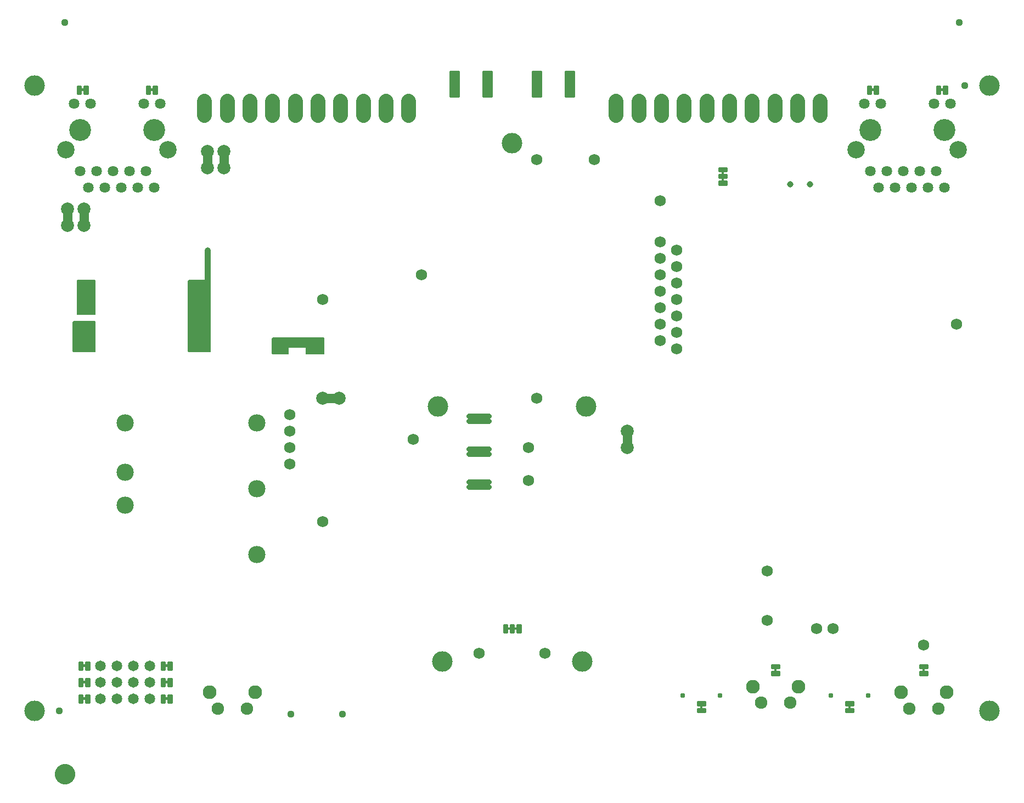
<source format=gbs>
G04 EAGLE Gerber RS-274X export*
G75*
%MOMM*%
%FSLAX34Y34*%
%LPD*%
%INSoldermask Bottom*%
%IPPOS*%
%AMOC8*
5,1,8,0,0,1.08239X$1,22.5*%
G01*
%ADD10C,0.965200*%
%ADD11C,0.812800*%
%ADD12C,1.127000*%
%ADD13C,3.175000*%
%ADD14C,0.777000*%
%ADD15C,0.228344*%
%ADD16C,1.727000*%
%ADD17C,0.227778*%
%ADD18C,3.377000*%
%ADD19C,2.677000*%
%ADD20C,1.627000*%
%ADD21C,0.228600*%
%ADD22C,2.006600*%
%ADD23C,1.927000*%
%ADD24C,2.127000*%
%ADD25C,2.327000*%
%ADD26C,2.667000*%
%ADD27C,0.977000*%
%ADD28C,1.651000*%
%ADD29C,1.270000*%

G36*
X292793Y579383D02*
X292793Y579383D01*
X292851Y579381D01*
X292933Y579403D01*
X293017Y579415D01*
X293070Y579439D01*
X293126Y579453D01*
X293199Y579496D01*
X293276Y579531D01*
X293321Y579569D01*
X293371Y579599D01*
X293429Y579660D01*
X293493Y579715D01*
X293525Y579763D01*
X293565Y579806D01*
X293604Y579881D01*
X293651Y579951D01*
X293668Y580007D01*
X293695Y580059D01*
X293706Y580127D01*
X293736Y580222D01*
X293739Y580322D01*
X293750Y580390D01*
X293750Y689610D01*
X293742Y689668D01*
X293744Y689726D01*
X293722Y689808D01*
X293710Y689892D01*
X293687Y689945D01*
X293672Y690001D01*
X293629Y690074D01*
X293594Y690151D01*
X293556Y690196D01*
X293527Y690246D01*
X293465Y690304D01*
X293411Y690368D01*
X293362Y690400D01*
X293319Y690440D01*
X293244Y690479D01*
X293174Y690526D01*
X293118Y690543D01*
X293066Y690570D01*
X292998Y690581D01*
X292903Y690611D01*
X292803Y690614D01*
X292735Y690625D01*
X259715Y690625D01*
X259657Y690617D01*
X259599Y690619D01*
X259517Y690597D01*
X259434Y690585D01*
X259380Y690562D01*
X259324Y690547D01*
X259251Y690504D01*
X259174Y690469D01*
X259129Y690431D01*
X259079Y690402D01*
X259021Y690340D01*
X258957Y690286D01*
X258925Y690237D01*
X258885Y690194D01*
X258846Y690119D01*
X258800Y690049D01*
X258782Y689993D01*
X258755Y689941D01*
X258744Y689873D01*
X258714Y689778D01*
X258711Y689678D01*
X258700Y689610D01*
X258700Y580390D01*
X258708Y580332D01*
X258706Y580274D01*
X258728Y580192D01*
X258740Y580109D01*
X258764Y580055D01*
X258778Y579999D01*
X258821Y579926D01*
X258856Y579849D01*
X258894Y579804D01*
X258924Y579754D01*
X258985Y579696D01*
X259040Y579632D01*
X259088Y579600D01*
X259131Y579560D01*
X259206Y579521D01*
X259276Y579475D01*
X259332Y579457D01*
X259384Y579430D01*
X259452Y579419D01*
X259547Y579389D01*
X259647Y579386D01*
X259715Y579375D01*
X292735Y579375D01*
X292793Y579383D01*
G37*
G36*
X413443Y575573D02*
X413443Y575573D01*
X413501Y575571D01*
X413583Y575593D01*
X413667Y575605D01*
X413720Y575629D01*
X413776Y575643D01*
X413849Y575686D01*
X413926Y575721D01*
X413971Y575759D01*
X414021Y575789D01*
X414079Y575850D01*
X414143Y575905D01*
X414175Y575953D01*
X414215Y575996D01*
X414254Y576071D01*
X414301Y576141D01*
X414318Y576197D01*
X414345Y576249D01*
X414356Y576317D01*
X414386Y576412D01*
X414389Y576512D01*
X414400Y576580D01*
X414400Y585725D01*
X440310Y585725D01*
X440310Y576580D01*
X440318Y576522D01*
X440316Y576464D01*
X440338Y576382D01*
X440350Y576299D01*
X440374Y576245D01*
X440388Y576189D01*
X440431Y576116D01*
X440466Y576039D01*
X440504Y575994D01*
X440534Y575944D01*
X440595Y575886D01*
X440650Y575822D01*
X440698Y575790D01*
X440741Y575750D01*
X440816Y575711D01*
X440886Y575665D01*
X440942Y575647D01*
X440994Y575620D01*
X441062Y575609D01*
X441157Y575579D01*
X441257Y575576D01*
X441325Y575565D01*
X467995Y575565D01*
X468053Y575573D01*
X468111Y575571D01*
X468193Y575593D01*
X468277Y575605D01*
X468330Y575629D01*
X468386Y575643D01*
X468459Y575686D01*
X468536Y575721D01*
X468581Y575759D01*
X468631Y575789D01*
X468689Y575850D01*
X468753Y575905D01*
X468785Y575953D01*
X468825Y575996D01*
X468864Y576071D01*
X468911Y576141D01*
X468928Y576197D01*
X468955Y576249D01*
X468966Y576317D01*
X468996Y576412D01*
X468999Y576512D01*
X469010Y576580D01*
X469010Y600710D01*
X469002Y600768D01*
X469004Y600826D01*
X468982Y600908D01*
X468970Y600992D01*
X468947Y601045D01*
X468932Y601101D01*
X468889Y601174D01*
X468854Y601251D01*
X468816Y601296D01*
X468787Y601346D01*
X468725Y601404D01*
X468671Y601468D01*
X468622Y601500D01*
X468579Y601540D01*
X468504Y601579D01*
X468434Y601626D01*
X468378Y601643D01*
X468326Y601670D01*
X468258Y601681D01*
X468163Y601711D01*
X468063Y601714D01*
X467995Y601725D01*
X389255Y601725D01*
X389197Y601717D01*
X389139Y601719D01*
X389057Y601697D01*
X388974Y601685D01*
X388920Y601662D01*
X388864Y601647D01*
X388791Y601604D01*
X388714Y601569D01*
X388669Y601531D01*
X388619Y601502D01*
X388561Y601440D01*
X388497Y601386D01*
X388465Y601337D01*
X388425Y601294D01*
X388386Y601219D01*
X388340Y601149D01*
X388322Y601093D01*
X388295Y601041D01*
X388284Y600973D01*
X388254Y600878D01*
X388251Y600778D01*
X388240Y600710D01*
X388240Y576580D01*
X388248Y576522D01*
X388246Y576464D01*
X388268Y576382D01*
X388280Y576299D01*
X388304Y576245D01*
X388318Y576189D01*
X388361Y576116D01*
X388396Y576039D01*
X388434Y575994D01*
X388464Y575944D01*
X388525Y575886D01*
X388580Y575822D01*
X388628Y575790D01*
X388671Y575750D01*
X388746Y575711D01*
X388816Y575665D01*
X388872Y575647D01*
X388924Y575620D01*
X388992Y575609D01*
X389087Y575579D01*
X389187Y575576D01*
X389255Y575565D01*
X413385Y575565D01*
X413443Y575573D01*
G37*
G36*
X114993Y579383D02*
X114993Y579383D01*
X115051Y579381D01*
X115133Y579403D01*
X115217Y579415D01*
X115270Y579439D01*
X115326Y579453D01*
X115399Y579496D01*
X115476Y579531D01*
X115521Y579569D01*
X115571Y579599D01*
X115629Y579660D01*
X115693Y579715D01*
X115725Y579763D01*
X115765Y579806D01*
X115804Y579881D01*
X115851Y579951D01*
X115868Y580007D01*
X115895Y580059D01*
X115906Y580127D01*
X115936Y580222D01*
X115939Y580322D01*
X115950Y580390D01*
X115950Y626110D01*
X115943Y626163D01*
X115944Y626193D01*
X115943Y626196D01*
X115944Y626226D01*
X115922Y626308D01*
X115910Y626392D01*
X115887Y626445D01*
X115872Y626501D01*
X115829Y626574D01*
X115794Y626651D01*
X115756Y626696D01*
X115727Y626746D01*
X115665Y626804D01*
X115611Y626868D01*
X115562Y626900D01*
X115519Y626940D01*
X115444Y626979D01*
X115374Y627026D01*
X115318Y627043D01*
X115266Y627070D01*
X115198Y627081D01*
X115103Y627111D01*
X115003Y627114D01*
X114935Y627125D01*
X81915Y627125D01*
X81857Y627117D01*
X81799Y627119D01*
X81717Y627097D01*
X81634Y627085D01*
X81580Y627062D01*
X81524Y627047D01*
X81451Y627004D01*
X81374Y626969D01*
X81329Y626931D01*
X81279Y626902D01*
X81221Y626840D01*
X81157Y626786D01*
X81125Y626737D01*
X81085Y626694D01*
X81046Y626619D01*
X81000Y626549D01*
X80982Y626493D01*
X80955Y626441D01*
X80944Y626373D01*
X80914Y626278D01*
X80911Y626178D01*
X80900Y626110D01*
X80900Y580390D01*
X80908Y580332D01*
X80906Y580274D01*
X80928Y580192D01*
X80940Y580109D01*
X80964Y580055D01*
X80978Y579999D01*
X81021Y579926D01*
X81056Y579849D01*
X81094Y579804D01*
X81124Y579754D01*
X81185Y579696D01*
X81240Y579632D01*
X81288Y579600D01*
X81331Y579560D01*
X81406Y579521D01*
X81476Y579475D01*
X81532Y579457D01*
X81584Y579430D01*
X81652Y579419D01*
X81747Y579389D01*
X81847Y579386D01*
X81915Y579375D01*
X114935Y579375D01*
X114993Y579383D01*
G37*
G36*
X114993Y636533D02*
X114993Y636533D01*
X115051Y636531D01*
X115133Y636553D01*
X115217Y636565D01*
X115270Y636589D01*
X115326Y636603D01*
X115399Y636646D01*
X115476Y636681D01*
X115521Y636719D01*
X115571Y636749D01*
X115629Y636810D01*
X115693Y636865D01*
X115725Y636913D01*
X115765Y636956D01*
X115804Y637031D01*
X115851Y637101D01*
X115868Y637157D01*
X115895Y637209D01*
X115906Y637277D01*
X115936Y637372D01*
X115939Y637472D01*
X115950Y637540D01*
X115950Y689610D01*
X115942Y689668D01*
X115944Y689726D01*
X115922Y689808D01*
X115910Y689892D01*
X115887Y689945D01*
X115872Y690001D01*
X115829Y690074D01*
X115794Y690151D01*
X115756Y690196D01*
X115727Y690246D01*
X115665Y690304D01*
X115611Y690368D01*
X115562Y690400D01*
X115519Y690440D01*
X115444Y690479D01*
X115374Y690526D01*
X115318Y690543D01*
X115266Y690570D01*
X115198Y690581D01*
X115103Y690611D01*
X115003Y690614D01*
X114935Y690625D01*
X88265Y690625D01*
X88207Y690617D01*
X88149Y690619D01*
X88067Y690597D01*
X87984Y690585D01*
X87930Y690562D01*
X87874Y690547D01*
X87801Y690504D01*
X87724Y690469D01*
X87679Y690431D01*
X87629Y690402D01*
X87571Y690340D01*
X87507Y690286D01*
X87475Y690237D01*
X87435Y690194D01*
X87396Y690119D01*
X87350Y690049D01*
X87332Y689993D01*
X87305Y689941D01*
X87294Y689873D01*
X87264Y689778D01*
X87261Y689678D01*
X87250Y689610D01*
X87250Y637540D01*
X87258Y637482D01*
X87256Y637424D01*
X87278Y637342D01*
X87290Y637259D01*
X87314Y637205D01*
X87328Y637149D01*
X87371Y637076D01*
X87406Y636999D01*
X87444Y636954D01*
X87474Y636904D01*
X87535Y636846D01*
X87590Y636782D01*
X87638Y636750D01*
X87681Y636710D01*
X87756Y636671D01*
X87826Y636625D01*
X87882Y636607D01*
X87934Y636580D01*
X88002Y636569D01*
X88097Y636539D01*
X88197Y636536D01*
X88265Y636525D01*
X114935Y636525D01*
X114993Y636533D01*
G37*
G36*
X320994Y873772D02*
X320994Y873772D01*
X321060Y873774D01*
X321103Y873792D01*
X321150Y873800D01*
X321207Y873834D01*
X321267Y873859D01*
X321302Y873890D01*
X321343Y873915D01*
X321385Y873966D01*
X321433Y874010D01*
X321455Y874052D01*
X321484Y874089D01*
X321505Y874151D01*
X321536Y874210D01*
X321544Y874264D01*
X321556Y874301D01*
X321555Y874341D01*
X321563Y874395D01*
X321563Y878205D01*
X321552Y878270D01*
X321550Y878336D01*
X321532Y878379D01*
X321524Y878426D01*
X321490Y878483D01*
X321465Y878543D01*
X321434Y878578D01*
X321409Y878619D01*
X321358Y878661D01*
X321314Y878709D01*
X321272Y878731D01*
X321235Y878760D01*
X321173Y878781D01*
X321114Y878812D01*
X321060Y878820D01*
X321023Y878832D01*
X320983Y878831D01*
X320929Y878839D01*
X307721Y878839D01*
X307656Y878828D01*
X307590Y878826D01*
X307547Y878808D01*
X307500Y878800D01*
X307443Y878766D01*
X307383Y878741D01*
X307348Y878710D01*
X307307Y878685D01*
X307266Y878634D01*
X307217Y878590D01*
X307195Y878548D01*
X307166Y878511D01*
X307145Y878449D01*
X307114Y878390D01*
X307106Y878336D01*
X307094Y878299D01*
X307094Y878295D01*
X307094Y878294D01*
X307095Y878259D01*
X307087Y878205D01*
X307087Y874395D01*
X307098Y874330D01*
X307100Y874264D01*
X307118Y874221D01*
X307126Y874174D01*
X307160Y874117D01*
X307185Y874057D01*
X307216Y874022D01*
X307241Y873981D01*
X307292Y873940D01*
X307336Y873891D01*
X307378Y873869D01*
X307415Y873840D01*
X307477Y873819D01*
X307536Y873788D01*
X307590Y873780D01*
X307627Y873768D01*
X307667Y873769D01*
X307721Y873761D01*
X320929Y873761D01*
X320994Y873772D01*
G37*
G36*
X295594Y873772D02*
X295594Y873772D01*
X295660Y873774D01*
X295703Y873792D01*
X295750Y873800D01*
X295807Y873834D01*
X295867Y873859D01*
X295902Y873890D01*
X295943Y873915D01*
X295985Y873966D01*
X296033Y874010D01*
X296055Y874052D01*
X296084Y874089D01*
X296105Y874151D01*
X296136Y874210D01*
X296144Y874264D01*
X296156Y874301D01*
X296155Y874341D01*
X296163Y874395D01*
X296163Y878205D01*
X296152Y878270D01*
X296150Y878336D01*
X296132Y878379D01*
X296124Y878426D01*
X296090Y878483D01*
X296065Y878543D01*
X296034Y878578D01*
X296009Y878619D01*
X295958Y878661D01*
X295914Y878709D01*
X295872Y878731D01*
X295835Y878760D01*
X295773Y878781D01*
X295714Y878812D01*
X295660Y878820D01*
X295623Y878832D01*
X295583Y878831D01*
X295529Y878839D01*
X282321Y878839D01*
X282256Y878828D01*
X282190Y878826D01*
X282147Y878808D01*
X282100Y878800D01*
X282043Y878766D01*
X281983Y878741D01*
X281948Y878710D01*
X281907Y878685D01*
X281866Y878634D01*
X281817Y878590D01*
X281795Y878548D01*
X281766Y878511D01*
X281745Y878449D01*
X281714Y878390D01*
X281706Y878336D01*
X281694Y878299D01*
X281694Y878295D01*
X281694Y878294D01*
X281695Y878259D01*
X281687Y878205D01*
X281687Y874395D01*
X281698Y874330D01*
X281700Y874264D01*
X281718Y874221D01*
X281726Y874174D01*
X281760Y874117D01*
X281785Y874057D01*
X281816Y874022D01*
X281841Y873981D01*
X281892Y873940D01*
X281936Y873891D01*
X281978Y873869D01*
X282015Y873840D01*
X282077Y873819D01*
X282136Y873788D01*
X282190Y873780D01*
X282227Y873768D01*
X282267Y873769D01*
X282321Y873761D01*
X295529Y873761D01*
X295594Y873772D01*
G37*
G36*
X79694Y784872D02*
X79694Y784872D01*
X79760Y784874D01*
X79803Y784892D01*
X79850Y784900D01*
X79907Y784934D01*
X79967Y784959D01*
X80002Y784990D01*
X80043Y785015D01*
X80085Y785066D01*
X80133Y785110D01*
X80155Y785152D01*
X80184Y785189D01*
X80205Y785251D01*
X80236Y785310D01*
X80244Y785364D01*
X80256Y785401D01*
X80255Y785441D01*
X80263Y785495D01*
X80263Y789305D01*
X80252Y789370D01*
X80250Y789436D01*
X80232Y789479D01*
X80224Y789526D01*
X80190Y789583D01*
X80165Y789643D01*
X80134Y789678D01*
X80109Y789719D01*
X80058Y789761D01*
X80014Y789809D01*
X79972Y789831D01*
X79935Y789860D01*
X79873Y789881D01*
X79814Y789912D01*
X79760Y789920D01*
X79723Y789932D01*
X79683Y789931D01*
X79629Y789939D01*
X66421Y789939D01*
X66356Y789928D01*
X66290Y789926D01*
X66247Y789908D01*
X66200Y789900D01*
X66143Y789866D01*
X66083Y789841D01*
X66048Y789810D01*
X66007Y789785D01*
X65966Y789734D01*
X65917Y789690D01*
X65895Y789648D01*
X65866Y789611D01*
X65845Y789549D01*
X65814Y789490D01*
X65806Y789436D01*
X65794Y789399D01*
X65794Y789395D01*
X65794Y789394D01*
X65795Y789359D01*
X65787Y789305D01*
X65787Y785495D01*
X65798Y785430D01*
X65800Y785364D01*
X65818Y785321D01*
X65826Y785274D01*
X65860Y785217D01*
X65885Y785157D01*
X65916Y785122D01*
X65941Y785081D01*
X65992Y785040D01*
X66036Y784991D01*
X66078Y784969D01*
X66115Y784940D01*
X66177Y784919D01*
X66236Y784888D01*
X66290Y784880D01*
X66327Y784868D01*
X66367Y784869D01*
X66421Y784861D01*
X79629Y784861D01*
X79694Y784872D01*
G37*
G36*
X105094Y784872D02*
X105094Y784872D01*
X105160Y784874D01*
X105203Y784892D01*
X105250Y784900D01*
X105307Y784934D01*
X105367Y784959D01*
X105402Y784990D01*
X105443Y785015D01*
X105485Y785066D01*
X105533Y785110D01*
X105555Y785152D01*
X105584Y785189D01*
X105605Y785251D01*
X105636Y785310D01*
X105644Y785364D01*
X105656Y785401D01*
X105655Y785441D01*
X105663Y785495D01*
X105663Y789305D01*
X105652Y789370D01*
X105650Y789436D01*
X105632Y789479D01*
X105624Y789526D01*
X105590Y789583D01*
X105565Y789643D01*
X105534Y789678D01*
X105509Y789719D01*
X105458Y789761D01*
X105414Y789809D01*
X105372Y789831D01*
X105335Y789860D01*
X105273Y789881D01*
X105214Y789912D01*
X105160Y789920D01*
X105123Y789932D01*
X105083Y789931D01*
X105029Y789939D01*
X91821Y789939D01*
X91756Y789928D01*
X91690Y789926D01*
X91647Y789908D01*
X91600Y789900D01*
X91543Y789866D01*
X91483Y789841D01*
X91448Y789810D01*
X91407Y789785D01*
X91366Y789734D01*
X91317Y789690D01*
X91295Y789648D01*
X91266Y789611D01*
X91245Y789549D01*
X91214Y789490D01*
X91206Y789436D01*
X91194Y789399D01*
X91194Y789395D01*
X91194Y789394D01*
X91195Y789359D01*
X91187Y789305D01*
X91187Y785495D01*
X91198Y785430D01*
X91200Y785364D01*
X91218Y785321D01*
X91226Y785274D01*
X91260Y785217D01*
X91285Y785157D01*
X91316Y785122D01*
X91341Y785081D01*
X91392Y785040D01*
X91436Y784991D01*
X91478Y784969D01*
X91515Y784940D01*
X91577Y784919D01*
X91636Y784888D01*
X91690Y784880D01*
X91727Y784868D01*
X91767Y784869D01*
X91821Y784861D01*
X105029Y784861D01*
X105094Y784872D01*
G37*
G36*
X943294Y441972D02*
X943294Y441972D01*
X943360Y441974D01*
X943403Y441992D01*
X943450Y442000D01*
X943507Y442034D01*
X943567Y442059D01*
X943602Y442090D01*
X943643Y442115D01*
X943685Y442166D01*
X943733Y442210D01*
X943755Y442252D01*
X943784Y442289D01*
X943805Y442351D01*
X943836Y442410D01*
X943844Y442464D01*
X943856Y442501D01*
X943855Y442541D01*
X943863Y442595D01*
X943863Y446405D01*
X943852Y446470D01*
X943850Y446536D01*
X943832Y446579D01*
X943824Y446626D01*
X943790Y446683D01*
X943765Y446743D01*
X943734Y446778D01*
X943709Y446819D01*
X943658Y446861D01*
X943614Y446909D01*
X943572Y446931D01*
X943535Y446960D01*
X943473Y446981D01*
X943414Y447012D01*
X943360Y447020D01*
X943323Y447032D01*
X943283Y447031D01*
X943229Y447039D01*
X930021Y447039D01*
X929956Y447028D01*
X929890Y447026D01*
X929847Y447008D01*
X929800Y447000D01*
X929743Y446966D01*
X929683Y446941D01*
X929648Y446910D01*
X929607Y446885D01*
X929566Y446834D01*
X929517Y446790D01*
X929495Y446748D01*
X929466Y446711D01*
X929445Y446649D01*
X929414Y446590D01*
X929406Y446536D01*
X929394Y446499D01*
X929394Y446495D01*
X929394Y446494D01*
X929395Y446459D01*
X929387Y446405D01*
X929387Y442595D01*
X929398Y442530D01*
X929400Y442464D01*
X929418Y442421D01*
X929426Y442374D01*
X929460Y442317D01*
X929485Y442257D01*
X929516Y442222D01*
X929541Y442181D01*
X929592Y442140D01*
X929636Y442091D01*
X929678Y442069D01*
X929715Y442040D01*
X929777Y442019D01*
X929836Y441988D01*
X929890Y441980D01*
X929927Y441968D01*
X929967Y441969D01*
X930021Y441961D01*
X943229Y441961D01*
X943294Y441972D01*
G37*
G36*
X481395Y500773D02*
X481395Y500773D01*
X481461Y500775D01*
X481504Y500793D01*
X481551Y500801D01*
X481608Y500835D01*
X481668Y500860D01*
X481703Y500891D01*
X481744Y500916D01*
X481786Y500967D01*
X481834Y501011D01*
X481856Y501053D01*
X481885Y501090D01*
X481906Y501152D01*
X481937Y501211D01*
X481945Y501265D01*
X481957Y501302D01*
X481956Y501342D01*
X481964Y501396D01*
X481964Y514604D01*
X481953Y514669D01*
X481951Y514735D01*
X481933Y514778D01*
X481925Y514825D01*
X481891Y514882D01*
X481866Y514942D01*
X481835Y514977D01*
X481810Y515018D01*
X481759Y515060D01*
X481715Y515108D01*
X481673Y515130D01*
X481636Y515159D01*
X481574Y515180D01*
X481515Y515211D01*
X481461Y515219D01*
X481424Y515231D01*
X481384Y515230D01*
X481330Y515238D01*
X477520Y515238D01*
X477455Y515227D01*
X477389Y515225D01*
X477346Y515207D01*
X477299Y515199D01*
X477242Y515165D01*
X477182Y515140D01*
X477147Y515109D01*
X477106Y515084D01*
X477065Y515033D01*
X477016Y514989D01*
X476994Y514947D01*
X476965Y514910D01*
X476944Y514848D01*
X476913Y514789D01*
X476905Y514735D01*
X476893Y514698D01*
X476894Y514658D01*
X476886Y514604D01*
X476886Y501396D01*
X476897Y501331D01*
X476899Y501265D01*
X476917Y501222D01*
X476925Y501175D01*
X476959Y501118D01*
X476984Y501058D01*
X477015Y501023D01*
X477040Y500982D01*
X477091Y500941D01*
X477135Y500892D01*
X477177Y500870D01*
X477214Y500841D01*
X477276Y500820D01*
X477335Y500789D01*
X477389Y500781D01*
X477426Y500769D01*
X477466Y500770D01*
X477520Y500762D01*
X481330Y500762D01*
X481395Y500773D01*
G37*
G36*
X1166560Y86372D02*
X1166560Y86372D01*
X1166626Y86374D01*
X1166669Y86392D01*
X1166716Y86400D01*
X1166773Y86434D01*
X1166833Y86459D01*
X1166868Y86490D01*
X1166909Y86515D01*
X1166951Y86566D01*
X1166999Y86610D01*
X1167021Y86652D01*
X1167050Y86689D01*
X1167071Y86751D01*
X1167102Y86810D01*
X1167110Y86864D01*
X1167122Y86901D01*
X1167121Y86941D01*
X1167129Y86995D01*
X1167129Y90805D01*
X1167118Y90870D01*
X1167116Y90936D01*
X1167098Y90979D01*
X1167090Y91026D01*
X1167056Y91083D01*
X1167031Y91143D01*
X1167000Y91178D01*
X1166975Y91219D01*
X1166924Y91261D01*
X1166880Y91309D01*
X1166838Y91331D01*
X1166801Y91360D01*
X1166739Y91381D01*
X1166680Y91412D01*
X1166626Y91420D01*
X1166589Y91432D01*
X1166549Y91431D01*
X1166495Y91439D01*
X1163955Y91439D01*
X1163890Y91428D01*
X1163824Y91426D01*
X1163781Y91408D01*
X1163734Y91400D01*
X1163677Y91366D01*
X1163617Y91341D01*
X1163582Y91310D01*
X1163541Y91285D01*
X1163500Y91234D01*
X1163451Y91190D01*
X1163429Y91148D01*
X1163400Y91111D01*
X1163379Y91049D01*
X1163348Y90990D01*
X1163340Y90936D01*
X1163328Y90899D01*
X1163328Y90895D01*
X1163328Y90894D01*
X1163329Y90859D01*
X1163321Y90805D01*
X1163321Y86995D01*
X1163332Y86930D01*
X1163334Y86864D01*
X1163352Y86821D01*
X1163360Y86774D01*
X1163394Y86717D01*
X1163419Y86657D01*
X1163450Y86622D01*
X1163475Y86581D01*
X1163526Y86540D01*
X1163570Y86491D01*
X1163612Y86469D01*
X1163649Y86440D01*
X1163711Y86419D01*
X1163770Y86388D01*
X1163824Y86380D01*
X1163861Y86368D01*
X1163901Y86369D01*
X1163955Y86361D01*
X1166495Y86361D01*
X1166560Y86372D01*
G37*
G36*
X1395160Y86372D02*
X1395160Y86372D01*
X1395226Y86374D01*
X1395269Y86392D01*
X1395316Y86400D01*
X1395373Y86434D01*
X1395433Y86459D01*
X1395468Y86490D01*
X1395509Y86515D01*
X1395551Y86566D01*
X1395599Y86610D01*
X1395621Y86652D01*
X1395650Y86689D01*
X1395671Y86751D01*
X1395702Y86810D01*
X1395710Y86864D01*
X1395722Y86901D01*
X1395721Y86941D01*
X1395729Y86995D01*
X1395729Y90805D01*
X1395718Y90870D01*
X1395716Y90936D01*
X1395698Y90979D01*
X1395690Y91026D01*
X1395656Y91083D01*
X1395631Y91143D01*
X1395600Y91178D01*
X1395575Y91219D01*
X1395524Y91261D01*
X1395480Y91309D01*
X1395438Y91331D01*
X1395401Y91360D01*
X1395339Y91381D01*
X1395280Y91412D01*
X1395226Y91420D01*
X1395189Y91432D01*
X1395149Y91431D01*
X1395095Y91439D01*
X1392555Y91439D01*
X1392490Y91428D01*
X1392424Y91426D01*
X1392381Y91408D01*
X1392334Y91400D01*
X1392277Y91366D01*
X1392217Y91341D01*
X1392182Y91310D01*
X1392141Y91285D01*
X1392100Y91234D01*
X1392051Y91190D01*
X1392029Y91148D01*
X1392000Y91111D01*
X1391979Y91049D01*
X1391948Y90990D01*
X1391940Y90936D01*
X1391928Y90899D01*
X1391928Y90895D01*
X1391928Y90894D01*
X1391929Y90859D01*
X1391921Y90805D01*
X1391921Y86995D01*
X1391932Y86930D01*
X1391934Y86864D01*
X1391952Y86821D01*
X1391960Y86774D01*
X1391994Y86717D01*
X1392019Y86657D01*
X1392050Y86622D01*
X1392075Y86581D01*
X1392126Y86540D01*
X1392170Y86491D01*
X1392212Y86469D01*
X1392249Y86440D01*
X1392311Y86419D01*
X1392370Y86388D01*
X1392424Y86380D01*
X1392461Y86368D01*
X1392501Y86369D01*
X1392555Y86361D01*
X1395095Y86361D01*
X1395160Y86372D01*
G37*
G36*
X1085280Y853452D02*
X1085280Y853452D01*
X1085346Y853454D01*
X1085389Y853472D01*
X1085436Y853480D01*
X1085493Y853514D01*
X1085553Y853539D01*
X1085588Y853570D01*
X1085629Y853595D01*
X1085671Y853646D01*
X1085719Y853690D01*
X1085741Y853732D01*
X1085770Y853769D01*
X1085791Y853831D01*
X1085822Y853890D01*
X1085830Y853944D01*
X1085842Y853981D01*
X1085841Y854021D01*
X1085849Y854075D01*
X1085849Y857885D01*
X1085838Y857950D01*
X1085836Y858016D01*
X1085818Y858059D01*
X1085810Y858106D01*
X1085776Y858163D01*
X1085751Y858223D01*
X1085720Y858258D01*
X1085695Y858299D01*
X1085644Y858341D01*
X1085600Y858389D01*
X1085558Y858411D01*
X1085521Y858440D01*
X1085459Y858461D01*
X1085400Y858492D01*
X1085346Y858500D01*
X1085309Y858512D01*
X1085269Y858511D01*
X1085215Y858519D01*
X1082675Y858519D01*
X1082610Y858508D01*
X1082544Y858506D01*
X1082501Y858488D01*
X1082454Y858480D01*
X1082397Y858446D01*
X1082337Y858421D01*
X1082302Y858390D01*
X1082261Y858365D01*
X1082220Y858314D01*
X1082171Y858270D01*
X1082149Y858228D01*
X1082120Y858191D01*
X1082099Y858129D01*
X1082068Y858070D01*
X1082060Y858016D01*
X1082048Y857979D01*
X1082048Y857975D01*
X1082048Y857974D01*
X1082049Y857939D01*
X1082041Y857885D01*
X1082041Y854075D01*
X1082052Y854010D01*
X1082054Y853944D01*
X1082072Y853901D01*
X1082080Y853854D01*
X1082114Y853797D01*
X1082139Y853737D01*
X1082170Y853702D01*
X1082195Y853661D01*
X1082246Y853620D01*
X1082290Y853571D01*
X1082332Y853549D01*
X1082369Y853520D01*
X1082431Y853499D01*
X1082490Y853468D01*
X1082544Y853460D01*
X1082581Y853448D01*
X1082621Y853449D01*
X1082675Y853441D01*
X1085215Y853441D01*
X1085280Y853452D01*
G37*
G36*
X1085280Y843292D02*
X1085280Y843292D01*
X1085346Y843294D01*
X1085389Y843312D01*
X1085436Y843320D01*
X1085493Y843354D01*
X1085553Y843379D01*
X1085588Y843410D01*
X1085629Y843435D01*
X1085671Y843486D01*
X1085719Y843530D01*
X1085741Y843572D01*
X1085770Y843609D01*
X1085791Y843671D01*
X1085822Y843730D01*
X1085830Y843784D01*
X1085842Y843821D01*
X1085841Y843861D01*
X1085849Y843915D01*
X1085849Y847725D01*
X1085838Y847790D01*
X1085836Y847856D01*
X1085818Y847899D01*
X1085810Y847946D01*
X1085776Y848003D01*
X1085751Y848063D01*
X1085720Y848098D01*
X1085695Y848139D01*
X1085644Y848181D01*
X1085600Y848229D01*
X1085558Y848251D01*
X1085521Y848280D01*
X1085459Y848301D01*
X1085400Y848332D01*
X1085346Y848340D01*
X1085309Y848352D01*
X1085269Y848351D01*
X1085215Y848359D01*
X1082675Y848359D01*
X1082610Y848348D01*
X1082544Y848346D01*
X1082501Y848328D01*
X1082454Y848320D01*
X1082397Y848286D01*
X1082337Y848261D01*
X1082302Y848230D01*
X1082261Y848205D01*
X1082220Y848154D01*
X1082171Y848110D01*
X1082149Y848068D01*
X1082120Y848031D01*
X1082099Y847969D01*
X1082068Y847910D01*
X1082060Y847856D01*
X1082048Y847819D01*
X1082048Y847815D01*
X1082048Y847814D01*
X1082049Y847779D01*
X1082041Y847725D01*
X1082041Y843915D01*
X1082052Y843850D01*
X1082054Y843784D01*
X1082072Y843741D01*
X1082080Y843694D01*
X1082114Y843637D01*
X1082139Y843577D01*
X1082170Y843542D01*
X1082195Y843501D01*
X1082246Y843460D01*
X1082290Y843411D01*
X1082332Y843389D01*
X1082369Y843360D01*
X1082431Y843339D01*
X1082490Y843308D01*
X1082544Y843300D01*
X1082581Y843288D01*
X1082621Y843289D01*
X1082675Y843281D01*
X1085215Y843281D01*
X1085280Y843292D01*
G37*
G36*
X1280860Y29222D02*
X1280860Y29222D01*
X1280926Y29224D01*
X1280969Y29242D01*
X1281016Y29250D01*
X1281073Y29284D01*
X1281133Y29309D01*
X1281168Y29340D01*
X1281209Y29365D01*
X1281251Y29416D01*
X1281299Y29460D01*
X1281321Y29502D01*
X1281350Y29539D01*
X1281371Y29601D01*
X1281402Y29660D01*
X1281410Y29714D01*
X1281422Y29751D01*
X1281421Y29791D01*
X1281429Y29845D01*
X1281429Y33655D01*
X1281418Y33720D01*
X1281416Y33786D01*
X1281398Y33829D01*
X1281390Y33876D01*
X1281356Y33933D01*
X1281331Y33993D01*
X1281300Y34028D01*
X1281275Y34069D01*
X1281224Y34111D01*
X1281180Y34159D01*
X1281138Y34181D01*
X1281101Y34210D01*
X1281039Y34231D01*
X1280980Y34262D01*
X1280926Y34270D01*
X1280889Y34282D01*
X1280849Y34281D01*
X1280795Y34289D01*
X1278255Y34289D01*
X1278190Y34278D01*
X1278124Y34276D01*
X1278081Y34258D01*
X1278034Y34250D01*
X1277977Y34216D01*
X1277917Y34191D01*
X1277882Y34160D01*
X1277841Y34135D01*
X1277800Y34084D01*
X1277751Y34040D01*
X1277729Y33998D01*
X1277700Y33961D01*
X1277679Y33899D01*
X1277648Y33840D01*
X1277640Y33786D01*
X1277628Y33749D01*
X1277628Y33745D01*
X1277628Y33744D01*
X1277629Y33709D01*
X1277621Y33655D01*
X1277621Y29845D01*
X1277632Y29780D01*
X1277634Y29714D01*
X1277652Y29671D01*
X1277660Y29624D01*
X1277694Y29567D01*
X1277719Y29507D01*
X1277750Y29472D01*
X1277775Y29431D01*
X1277826Y29390D01*
X1277870Y29341D01*
X1277912Y29319D01*
X1277949Y29290D01*
X1278011Y29269D01*
X1278070Y29238D01*
X1278124Y29230D01*
X1278161Y29218D01*
X1278201Y29219D01*
X1278255Y29211D01*
X1280795Y29211D01*
X1280860Y29222D01*
G37*
G36*
X1052260Y29222D02*
X1052260Y29222D01*
X1052326Y29224D01*
X1052369Y29242D01*
X1052416Y29250D01*
X1052473Y29284D01*
X1052533Y29309D01*
X1052568Y29340D01*
X1052609Y29365D01*
X1052651Y29416D01*
X1052699Y29460D01*
X1052721Y29502D01*
X1052750Y29539D01*
X1052771Y29601D01*
X1052802Y29660D01*
X1052810Y29714D01*
X1052822Y29751D01*
X1052821Y29791D01*
X1052829Y29845D01*
X1052829Y33655D01*
X1052818Y33720D01*
X1052816Y33786D01*
X1052798Y33829D01*
X1052790Y33876D01*
X1052756Y33933D01*
X1052731Y33993D01*
X1052700Y34028D01*
X1052675Y34069D01*
X1052624Y34111D01*
X1052580Y34159D01*
X1052538Y34181D01*
X1052501Y34210D01*
X1052439Y34231D01*
X1052380Y34262D01*
X1052326Y34270D01*
X1052289Y34282D01*
X1052249Y34281D01*
X1052195Y34289D01*
X1049655Y34289D01*
X1049590Y34278D01*
X1049524Y34276D01*
X1049481Y34258D01*
X1049434Y34250D01*
X1049377Y34216D01*
X1049317Y34191D01*
X1049282Y34160D01*
X1049241Y34135D01*
X1049200Y34084D01*
X1049151Y34040D01*
X1049129Y33998D01*
X1049100Y33961D01*
X1049079Y33899D01*
X1049048Y33840D01*
X1049040Y33786D01*
X1049028Y33749D01*
X1049028Y33745D01*
X1049028Y33744D01*
X1049029Y33709D01*
X1049021Y33655D01*
X1049021Y29845D01*
X1049032Y29780D01*
X1049034Y29714D01*
X1049052Y29671D01*
X1049060Y29624D01*
X1049094Y29567D01*
X1049119Y29507D01*
X1049150Y29472D01*
X1049175Y29431D01*
X1049226Y29390D01*
X1049270Y29341D01*
X1049312Y29319D01*
X1049349Y29290D01*
X1049411Y29269D01*
X1049470Y29238D01*
X1049524Y29230D01*
X1049561Y29218D01*
X1049601Y29219D01*
X1049655Y29211D01*
X1052195Y29211D01*
X1052260Y29222D01*
G37*
G36*
X204535Y982357D02*
X204535Y982357D01*
X204601Y982359D01*
X204644Y982377D01*
X204691Y982385D01*
X204748Y982419D01*
X204808Y982444D01*
X204843Y982475D01*
X204884Y982500D01*
X204926Y982551D01*
X204974Y982595D01*
X204996Y982637D01*
X205025Y982674D01*
X205046Y982736D01*
X205077Y982795D01*
X205085Y982849D01*
X205097Y982886D01*
X205096Y982926D01*
X205104Y982980D01*
X205104Y985520D01*
X205093Y985585D01*
X205091Y985651D01*
X205073Y985694D01*
X205065Y985741D01*
X205031Y985798D01*
X205006Y985858D01*
X204975Y985893D01*
X204950Y985934D01*
X204899Y985976D01*
X204855Y986024D01*
X204813Y986046D01*
X204776Y986075D01*
X204714Y986096D01*
X204655Y986127D01*
X204601Y986135D01*
X204564Y986147D01*
X204524Y986146D01*
X204470Y986154D01*
X200660Y986154D01*
X200595Y986143D01*
X200529Y986141D01*
X200486Y986123D01*
X200439Y986115D01*
X200382Y986081D01*
X200322Y986056D01*
X200287Y986025D01*
X200246Y986000D01*
X200205Y985949D01*
X200156Y985905D01*
X200134Y985863D01*
X200105Y985826D01*
X200084Y985764D01*
X200053Y985705D01*
X200045Y985651D01*
X200033Y985614D01*
X200033Y985611D01*
X200034Y985574D01*
X200026Y985520D01*
X200026Y982980D01*
X200037Y982915D01*
X200039Y982849D01*
X200057Y982806D01*
X200065Y982759D01*
X200099Y982702D01*
X200124Y982642D01*
X200155Y982607D01*
X200180Y982566D01*
X200231Y982525D01*
X200275Y982476D01*
X200317Y982454D01*
X200354Y982425D01*
X200416Y982404D01*
X200475Y982373D01*
X200529Y982365D01*
X200566Y982353D01*
X200606Y982354D01*
X200660Y982346D01*
X204470Y982346D01*
X204535Y982357D01*
G37*
G36*
X97855Y982357D02*
X97855Y982357D01*
X97921Y982359D01*
X97964Y982377D01*
X98011Y982385D01*
X98068Y982419D01*
X98128Y982444D01*
X98163Y982475D01*
X98204Y982500D01*
X98246Y982551D01*
X98294Y982595D01*
X98316Y982637D01*
X98345Y982674D01*
X98366Y982736D01*
X98397Y982795D01*
X98405Y982849D01*
X98417Y982886D01*
X98416Y982926D01*
X98424Y982980D01*
X98424Y985520D01*
X98413Y985585D01*
X98411Y985651D01*
X98393Y985694D01*
X98385Y985741D01*
X98351Y985798D01*
X98326Y985858D01*
X98295Y985893D01*
X98270Y985934D01*
X98219Y985976D01*
X98175Y986024D01*
X98133Y986046D01*
X98096Y986075D01*
X98034Y986096D01*
X97975Y986127D01*
X97921Y986135D01*
X97884Y986147D01*
X97844Y986146D01*
X97790Y986154D01*
X93980Y986154D01*
X93915Y986143D01*
X93849Y986141D01*
X93806Y986123D01*
X93759Y986115D01*
X93702Y986081D01*
X93642Y986056D01*
X93607Y986025D01*
X93566Y986000D01*
X93525Y985949D01*
X93476Y985905D01*
X93454Y985863D01*
X93425Y985826D01*
X93404Y985764D01*
X93373Y985705D01*
X93365Y985651D01*
X93353Y985614D01*
X93353Y985611D01*
X93354Y985574D01*
X93346Y985520D01*
X93346Y982980D01*
X93357Y982915D01*
X93359Y982849D01*
X93377Y982806D01*
X93385Y982759D01*
X93419Y982702D01*
X93444Y982642D01*
X93475Y982607D01*
X93500Y982566D01*
X93551Y982525D01*
X93595Y982476D01*
X93637Y982454D01*
X93674Y982425D01*
X93736Y982404D01*
X93795Y982373D01*
X93849Y982365D01*
X93886Y982353D01*
X93926Y982354D01*
X93980Y982346D01*
X97790Y982346D01*
X97855Y982357D01*
G37*
G36*
X1423735Y982357D02*
X1423735Y982357D01*
X1423801Y982359D01*
X1423844Y982377D01*
X1423891Y982385D01*
X1423948Y982419D01*
X1424008Y982444D01*
X1424043Y982475D01*
X1424084Y982500D01*
X1424126Y982551D01*
X1424174Y982595D01*
X1424196Y982637D01*
X1424225Y982674D01*
X1424246Y982736D01*
X1424277Y982795D01*
X1424285Y982849D01*
X1424297Y982886D01*
X1424296Y982926D01*
X1424304Y982980D01*
X1424304Y985520D01*
X1424293Y985585D01*
X1424291Y985651D01*
X1424273Y985694D01*
X1424265Y985741D01*
X1424231Y985798D01*
X1424206Y985858D01*
X1424175Y985893D01*
X1424150Y985934D01*
X1424099Y985976D01*
X1424055Y986024D01*
X1424013Y986046D01*
X1423976Y986075D01*
X1423914Y986096D01*
X1423855Y986127D01*
X1423801Y986135D01*
X1423764Y986147D01*
X1423724Y986146D01*
X1423670Y986154D01*
X1419860Y986154D01*
X1419795Y986143D01*
X1419729Y986141D01*
X1419686Y986123D01*
X1419639Y986115D01*
X1419582Y986081D01*
X1419522Y986056D01*
X1419487Y986025D01*
X1419446Y986000D01*
X1419405Y985949D01*
X1419356Y985905D01*
X1419334Y985863D01*
X1419305Y985826D01*
X1419284Y985764D01*
X1419253Y985705D01*
X1419245Y985651D01*
X1419233Y985614D01*
X1419233Y985611D01*
X1419234Y985574D01*
X1419226Y985520D01*
X1419226Y982980D01*
X1419237Y982915D01*
X1419239Y982849D01*
X1419257Y982806D01*
X1419265Y982759D01*
X1419299Y982702D01*
X1419324Y982642D01*
X1419355Y982607D01*
X1419380Y982566D01*
X1419431Y982525D01*
X1419475Y982476D01*
X1419517Y982454D01*
X1419554Y982425D01*
X1419616Y982404D01*
X1419675Y982373D01*
X1419729Y982365D01*
X1419766Y982353D01*
X1419806Y982354D01*
X1419860Y982346D01*
X1423670Y982346D01*
X1423735Y982357D01*
G37*
G36*
X1317055Y982357D02*
X1317055Y982357D01*
X1317121Y982359D01*
X1317164Y982377D01*
X1317211Y982385D01*
X1317268Y982419D01*
X1317328Y982444D01*
X1317363Y982475D01*
X1317404Y982500D01*
X1317446Y982551D01*
X1317494Y982595D01*
X1317516Y982637D01*
X1317545Y982674D01*
X1317566Y982736D01*
X1317597Y982795D01*
X1317605Y982849D01*
X1317617Y982886D01*
X1317616Y982926D01*
X1317624Y982980D01*
X1317624Y985520D01*
X1317613Y985585D01*
X1317611Y985651D01*
X1317593Y985694D01*
X1317585Y985741D01*
X1317551Y985798D01*
X1317526Y985858D01*
X1317495Y985893D01*
X1317470Y985934D01*
X1317419Y985976D01*
X1317375Y986024D01*
X1317333Y986046D01*
X1317296Y986075D01*
X1317234Y986096D01*
X1317175Y986127D01*
X1317121Y986135D01*
X1317084Y986147D01*
X1317044Y986146D01*
X1316990Y986154D01*
X1313180Y986154D01*
X1313115Y986143D01*
X1313049Y986141D01*
X1313006Y986123D01*
X1312959Y986115D01*
X1312902Y986081D01*
X1312842Y986056D01*
X1312807Y986025D01*
X1312766Y986000D01*
X1312725Y985949D01*
X1312676Y985905D01*
X1312654Y985863D01*
X1312625Y985826D01*
X1312604Y985764D01*
X1312573Y985705D01*
X1312565Y985651D01*
X1312553Y985614D01*
X1312553Y985611D01*
X1312554Y985574D01*
X1312546Y985520D01*
X1312546Y982980D01*
X1312557Y982915D01*
X1312559Y982849D01*
X1312577Y982806D01*
X1312585Y982759D01*
X1312619Y982702D01*
X1312644Y982642D01*
X1312675Y982607D01*
X1312700Y982566D01*
X1312751Y982525D01*
X1312795Y982476D01*
X1312837Y982454D01*
X1312874Y982425D01*
X1312936Y982404D01*
X1312995Y982373D01*
X1313049Y982365D01*
X1313086Y982353D01*
X1313126Y982354D01*
X1313180Y982346D01*
X1316990Y982346D01*
X1317055Y982357D01*
G37*
G36*
X755715Y150507D02*
X755715Y150507D01*
X755781Y150509D01*
X755824Y150527D01*
X755871Y150535D01*
X755928Y150569D01*
X755988Y150594D01*
X756023Y150625D01*
X756064Y150650D01*
X756106Y150701D01*
X756154Y150745D01*
X756176Y150787D01*
X756205Y150824D01*
X756226Y150886D01*
X756257Y150945D01*
X756265Y150999D01*
X756277Y151036D01*
X756276Y151076D01*
X756284Y151130D01*
X756284Y153670D01*
X756273Y153735D01*
X756271Y153801D01*
X756253Y153844D01*
X756245Y153891D01*
X756211Y153948D01*
X756186Y154008D01*
X756155Y154043D01*
X756130Y154084D01*
X756079Y154126D01*
X756035Y154174D01*
X755993Y154196D01*
X755956Y154225D01*
X755894Y154246D01*
X755835Y154277D01*
X755781Y154285D01*
X755744Y154297D01*
X755704Y154296D01*
X755650Y154304D01*
X751840Y154304D01*
X751775Y154293D01*
X751709Y154291D01*
X751666Y154273D01*
X751619Y154265D01*
X751562Y154231D01*
X751502Y154206D01*
X751467Y154175D01*
X751426Y154150D01*
X751385Y154099D01*
X751336Y154055D01*
X751314Y154013D01*
X751285Y153976D01*
X751264Y153914D01*
X751233Y153855D01*
X751225Y153801D01*
X751213Y153764D01*
X751213Y153761D01*
X751214Y153724D01*
X751206Y153670D01*
X751206Y151130D01*
X751217Y151065D01*
X751219Y150999D01*
X751237Y150956D01*
X751245Y150909D01*
X751279Y150852D01*
X751304Y150792D01*
X751335Y150757D01*
X751360Y150716D01*
X751411Y150675D01*
X751455Y150626D01*
X751497Y150604D01*
X751534Y150575D01*
X751596Y150554D01*
X751655Y150523D01*
X751709Y150515D01*
X751746Y150503D01*
X751786Y150504D01*
X751840Y150496D01*
X755650Y150496D01*
X755715Y150507D01*
G37*
G36*
X765875Y150507D02*
X765875Y150507D01*
X765941Y150509D01*
X765984Y150527D01*
X766031Y150535D01*
X766088Y150569D01*
X766148Y150594D01*
X766183Y150625D01*
X766224Y150650D01*
X766266Y150701D01*
X766314Y150745D01*
X766336Y150787D01*
X766365Y150824D01*
X766386Y150886D01*
X766417Y150945D01*
X766425Y150999D01*
X766437Y151036D01*
X766436Y151076D01*
X766444Y151130D01*
X766444Y153670D01*
X766433Y153735D01*
X766431Y153801D01*
X766413Y153844D01*
X766405Y153891D01*
X766371Y153948D01*
X766346Y154008D01*
X766315Y154043D01*
X766290Y154084D01*
X766239Y154126D01*
X766195Y154174D01*
X766153Y154196D01*
X766116Y154225D01*
X766054Y154246D01*
X765995Y154277D01*
X765941Y154285D01*
X765904Y154297D01*
X765864Y154296D01*
X765810Y154304D01*
X762000Y154304D01*
X761935Y154293D01*
X761869Y154291D01*
X761826Y154273D01*
X761779Y154265D01*
X761722Y154231D01*
X761662Y154206D01*
X761627Y154175D01*
X761586Y154150D01*
X761545Y154099D01*
X761496Y154055D01*
X761474Y154013D01*
X761445Y153976D01*
X761424Y153914D01*
X761393Y153855D01*
X761385Y153801D01*
X761373Y153764D01*
X761373Y153761D01*
X761374Y153724D01*
X761366Y153670D01*
X761366Y151130D01*
X761377Y151065D01*
X761379Y150999D01*
X761397Y150956D01*
X761405Y150909D01*
X761439Y150852D01*
X761464Y150792D01*
X761495Y150757D01*
X761520Y150716D01*
X761571Y150675D01*
X761615Y150626D01*
X761657Y150604D01*
X761694Y150575D01*
X761756Y150554D01*
X761815Y150523D01*
X761869Y150515D01*
X761906Y150503D01*
X761946Y150504D01*
X762000Y150496D01*
X765810Y150496D01*
X765875Y150507D01*
G37*
G36*
X227395Y93357D02*
X227395Y93357D01*
X227461Y93359D01*
X227504Y93377D01*
X227551Y93385D01*
X227608Y93419D01*
X227668Y93444D01*
X227703Y93475D01*
X227744Y93500D01*
X227786Y93551D01*
X227834Y93595D01*
X227856Y93637D01*
X227885Y93674D01*
X227906Y93736D01*
X227937Y93795D01*
X227945Y93849D01*
X227957Y93886D01*
X227956Y93926D01*
X227964Y93980D01*
X227964Y96520D01*
X227953Y96585D01*
X227951Y96651D01*
X227933Y96694D01*
X227925Y96741D01*
X227891Y96798D01*
X227866Y96858D01*
X227835Y96893D01*
X227810Y96934D01*
X227759Y96976D01*
X227715Y97024D01*
X227673Y97046D01*
X227636Y97075D01*
X227574Y97096D01*
X227515Y97127D01*
X227461Y97135D01*
X227424Y97147D01*
X227384Y97146D01*
X227330Y97154D01*
X223520Y97154D01*
X223455Y97143D01*
X223389Y97141D01*
X223346Y97123D01*
X223299Y97115D01*
X223242Y97081D01*
X223182Y97056D01*
X223147Y97025D01*
X223106Y97000D01*
X223065Y96949D01*
X223016Y96905D01*
X222994Y96863D01*
X222965Y96826D01*
X222944Y96764D01*
X222913Y96705D01*
X222905Y96651D01*
X222893Y96614D01*
X222893Y96611D01*
X222894Y96574D01*
X222886Y96520D01*
X222886Y93980D01*
X222897Y93915D01*
X222899Y93849D01*
X222917Y93806D01*
X222925Y93759D01*
X222959Y93702D01*
X222984Y93642D01*
X223015Y93607D01*
X223040Y93566D01*
X223091Y93525D01*
X223135Y93476D01*
X223177Y93454D01*
X223214Y93425D01*
X223276Y93404D01*
X223335Y93373D01*
X223389Y93365D01*
X223426Y93353D01*
X223466Y93354D01*
X223520Y93346D01*
X227330Y93346D01*
X227395Y93357D01*
G37*
G36*
X100395Y93357D02*
X100395Y93357D01*
X100461Y93359D01*
X100504Y93377D01*
X100551Y93385D01*
X100608Y93419D01*
X100668Y93444D01*
X100703Y93475D01*
X100744Y93500D01*
X100786Y93551D01*
X100834Y93595D01*
X100856Y93637D01*
X100885Y93674D01*
X100906Y93736D01*
X100937Y93795D01*
X100945Y93849D01*
X100957Y93886D01*
X100956Y93926D01*
X100964Y93980D01*
X100964Y96520D01*
X100953Y96585D01*
X100951Y96651D01*
X100933Y96694D01*
X100925Y96741D01*
X100891Y96798D01*
X100866Y96858D01*
X100835Y96893D01*
X100810Y96934D01*
X100759Y96976D01*
X100715Y97024D01*
X100673Y97046D01*
X100636Y97075D01*
X100574Y97096D01*
X100515Y97127D01*
X100461Y97135D01*
X100424Y97147D01*
X100384Y97146D01*
X100330Y97154D01*
X96520Y97154D01*
X96455Y97143D01*
X96389Y97141D01*
X96346Y97123D01*
X96299Y97115D01*
X96242Y97081D01*
X96182Y97056D01*
X96147Y97025D01*
X96106Y97000D01*
X96065Y96949D01*
X96016Y96905D01*
X95994Y96863D01*
X95965Y96826D01*
X95944Y96764D01*
X95913Y96705D01*
X95905Y96651D01*
X95893Y96614D01*
X95893Y96611D01*
X95894Y96574D01*
X95886Y96520D01*
X95886Y93980D01*
X95897Y93915D01*
X95899Y93849D01*
X95917Y93806D01*
X95925Y93759D01*
X95959Y93702D01*
X95984Y93642D01*
X96015Y93607D01*
X96040Y93566D01*
X96091Y93525D01*
X96135Y93476D01*
X96177Y93454D01*
X96214Y93425D01*
X96276Y93404D01*
X96335Y93373D01*
X96389Y93365D01*
X96426Y93353D01*
X96466Y93354D01*
X96520Y93346D01*
X100330Y93346D01*
X100395Y93357D01*
G37*
G36*
X227395Y67957D02*
X227395Y67957D01*
X227461Y67959D01*
X227504Y67977D01*
X227551Y67985D01*
X227608Y68019D01*
X227668Y68044D01*
X227703Y68075D01*
X227744Y68100D01*
X227786Y68151D01*
X227834Y68195D01*
X227856Y68237D01*
X227885Y68274D01*
X227906Y68336D01*
X227937Y68395D01*
X227945Y68449D01*
X227957Y68486D01*
X227956Y68526D01*
X227964Y68580D01*
X227964Y71120D01*
X227953Y71185D01*
X227951Y71251D01*
X227933Y71294D01*
X227925Y71341D01*
X227891Y71398D01*
X227866Y71458D01*
X227835Y71493D01*
X227810Y71534D01*
X227759Y71576D01*
X227715Y71624D01*
X227673Y71646D01*
X227636Y71675D01*
X227574Y71696D01*
X227515Y71727D01*
X227461Y71735D01*
X227424Y71747D01*
X227384Y71746D01*
X227330Y71754D01*
X223520Y71754D01*
X223455Y71743D01*
X223389Y71741D01*
X223346Y71723D01*
X223299Y71715D01*
X223242Y71681D01*
X223182Y71656D01*
X223147Y71625D01*
X223106Y71600D01*
X223065Y71549D01*
X223016Y71505D01*
X222994Y71463D01*
X222965Y71426D01*
X222944Y71364D01*
X222913Y71305D01*
X222905Y71251D01*
X222893Y71214D01*
X222893Y71211D01*
X222894Y71174D01*
X222886Y71120D01*
X222886Y68580D01*
X222897Y68515D01*
X222899Y68449D01*
X222917Y68406D01*
X222925Y68359D01*
X222959Y68302D01*
X222984Y68242D01*
X223015Y68207D01*
X223040Y68166D01*
X223091Y68125D01*
X223135Y68076D01*
X223177Y68054D01*
X223214Y68025D01*
X223276Y68004D01*
X223335Y67973D01*
X223389Y67965D01*
X223426Y67953D01*
X223466Y67954D01*
X223520Y67946D01*
X227330Y67946D01*
X227395Y67957D01*
G37*
G36*
X100395Y67957D02*
X100395Y67957D01*
X100461Y67959D01*
X100504Y67977D01*
X100551Y67985D01*
X100608Y68019D01*
X100668Y68044D01*
X100703Y68075D01*
X100744Y68100D01*
X100786Y68151D01*
X100834Y68195D01*
X100856Y68237D01*
X100885Y68274D01*
X100906Y68336D01*
X100937Y68395D01*
X100945Y68449D01*
X100957Y68486D01*
X100956Y68526D01*
X100964Y68580D01*
X100964Y71120D01*
X100953Y71185D01*
X100951Y71251D01*
X100933Y71294D01*
X100925Y71341D01*
X100891Y71398D01*
X100866Y71458D01*
X100835Y71493D01*
X100810Y71534D01*
X100759Y71576D01*
X100715Y71624D01*
X100673Y71646D01*
X100636Y71675D01*
X100574Y71696D01*
X100515Y71727D01*
X100461Y71735D01*
X100424Y71747D01*
X100384Y71746D01*
X100330Y71754D01*
X96520Y71754D01*
X96455Y71743D01*
X96389Y71741D01*
X96346Y71723D01*
X96299Y71715D01*
X96242Y71681D01*
X96182Y71656D01*
X96147Y71625D01*
X96106Y71600D01*
X96065Y71549D01*
X96016Y71505D01*
X95994Y71463D01*
X95965Y71426D01*
X95944Y71364D01*
X95913Y71305D01*
X95905Y71251D01*
X95893Y71214D01*
X95893Y71211D01*
X95894Y71174D01*
X95886Y71120D01*
X95886Y68580D01*
X95897Y68515D01*
X95899Y68449D01*
X95917Y68406D01*
X95925Y68359D01*
X95959Y68302D01*
X95984Y68242D01*
X96015Y68207D01*
X96040Y68166D01*
X96091Y68125D01*
X96135Y68076D01*
X96177Y68054D01*
X96214Y68025D01*
X96276Y68004D01*
X96335Y67973D01*
X96389Y67965D01*
X96426Y67953D01*
X96466Y67954D01*
X96520Y67946D01*
X100330Y67946D01*
X100395Y67957D01*
G37*
G36*
X100395Y42557D02*
X100395Y42557D01*
X100461Y42559D01*
X100504Y42577D01*
X100551Y42585D01*
X100608Y42619D01*
X100668Y42644D01*
X100703Y42675D01*
X100744Y42700D01*
X100786Y42751D01*
X100834Y42795D01*
X100856Y42837D01*
X100885Y42874D01*
X100906Y42936D01*
X100937Y42995D01*
X100945Y43049D01*
X100957Y43086D01*
X100956Y43126D01*
X100964Y43180D01*
X100964Y45720D01*
X100953Y45785D01*
X100951Y45851D01*
X100933Y45894D01*
X100925Y45941D01*
X100891Y45998D01*
X100866Y46058D01*
X100835Y46093D01*
X100810Y46134D01*
X100759Y46176D01*
X100715Y46224D01*
X100673Y46246D01*
X100636Y46275D01*
X100574Y46296D01*
X100515Y46327D01*
X100461Y46335D01*
X100424Y46347D01*
X100384Y46346D01*
X100330Y46354D01*
X96520Y46354D01*
X96455Y46343D01*
X96389Y46341D01*
X96346Y46323D01*
X96299Y46315D01*
X96242Y46281D01*
X96182Y46256D01*
X96147Y46225D01*
X96106Y46200D01*
X96065Y46149D01*
X96016Y46105D01*
X95994Y46063D01*
X95965Y46026D01*
X95944Y45964D01*
X95913Y45905D01*
X95905Y45851D01*
X95893Y45814D01*
X95893Y45811D01*
X95894Y45774D01*
X95886Y45720D01*
X95886Y43180D01*
X95897Y43115D01*
X95899Y43049D01*
X95917Y43006D01*
X95925Y42959D01*
X95959Y42902D01*
X95984Y42842D01*
X96015Y42807D01*
X96040Y42766D01*
X96091Y42725D01*
X96135Y42676D01*
X96177Y42654D01*
X96214Y42625D01*
X96276Y42604D01*
X96335Y42573D01*
X96389Y42565D01*
X96426Y42553D01*
X96466Y42554D01*
X96520Y42546D01*
X100330Y42546D01*
X100395Y42557D01*
G37*
G36*
X227395Y42557D02*
X227395Y42557D01*
X227461Y42559D01*
X227504Y42577D01*
X227551Y42585D01*
X227608Y42619D01*
X227668Y42644D01*
X227703Y42675D01*
X227744Y42700D01*
X227786Y42751D01*
X227834Y42795D01*
X227856Y42837D01*
X227885Y42874D01*
X227906Y42936D01*
X227937Y42995D01*
X227945Y43049D01*
X227957Y43086D01*
X227956Y43126D01*
X227964Y43180D01*
X227964Y45720D01*
X227953Y45785D01*
X227951Y45851D01*
X227933Y45894D01*
X227925Y45941D01*
X227891Y45998D01*
X227866Y46058D01*
X227835Y46093D01*
X227810Y46134D01*
X227759Y46176D01*
X227715Y46224D01*
X227673Y46246D01*
X227636Y46275D01*
X227574Y46296D01*
X227515Y46327D01*
X227461Y46335D01*
X227424Y46347D01*
X227384Y46346D01*
X227330Y46354D01*
X223520Y46354D01*
X223455Y46343D01*
X223389Y46341D01*
X223346Y46323D01*
X223299Y46315D01*
X223242Y46281D01*
X223182Y46256D01*
X223147Y46225D01*
X223106Y46200D01*
X223065Y46149D01*
X223016Y46105D01*
X222994Y46063D01*
X222965Y46026D01*
X222944Y45964D01*
X222913Y45905D01*
X222905Y45851D01*
X222893Y45814D01*
X222893Y45811D01*
X222894Y45774D01*
X222886Y45720D01*
X222886Y43180D01*
X222897Y43115D01*
X222899Y43049D01*
X222917Y43006D01*
X222925Y42959D01*
X222959Y42902D01*
X222984Y42842D01*
X223015Y42807D01*
X223040Y42766D01*
X223091Y42725D01*
X223135Y42676D01*
X223177Y42654D01*
X223214Y42625D01*
X223276Y42604D01*
X223335Y42573D01*
X223389Y42565D01*
X223426Y42553D01*
X223466Y42554D01*
X223520Y42546D01*
X227330Y42546D01*
X227395Y42557D01*
G37*
D10*
X288925Y736600D02*
X288925Y685800D01*
D11*
X692785Y480060D02*
X723265Y480060D01*
X723265Y472440D02*
X692785Y472440D01*
X692785Y370840D02*
X723265Y370840D01*
X723265Y429260D02*
X692785Y429260D01*
X692785Y421640D02*
X723265Y421640D01*
X723265Y378460D02*
X692785Y378460D01*
D12*
X60325Y25400D03*
X1457325Y990600D03*
D13*
X1495425Y25400D03*
X1495425Y990600D03*
X22225Y990600D03*
D14*
X1250625Y49050D03*
X1308425Y49050D03*
D12*
X497225Y20320D03*
X417225Y20320D03*
D15*
X1273681Y34161D02*
X1273681Y39753D01*
X1285369Y39753D01*
X1285369Y34161D01*
X1273681Y34161D01*
X1273681Y36330D02*
X1285369Y36330D01*
X1285369Y38499D02*
X1273681Y38499D01*
X1273681Y29339D02*
X1273681Y23747D01*
X1273681Y29339D02*
X1285369Y29339D01*
X1285369Y23747D01*
X1273681Y23747D01*
X1273681Y25916D02*
X1285369Y25916D01*
X1285369Y28085D02*
X1273681Y28085D01*
X772035Y158244D02*
X766443Y158244D01*
X772035Y158244D02*
X772035Y146556D01*
X766443Y146556D01*
X766443Y158244D01*
X766443Y148725D02*
X772035Y148725D01*
X772035Y150894D02*
X766443Y150894D01*
X766443Y153063D02*
X772035Y153063D01*
X772035Y155232D02*
X766443Y155232D01*
X766443Y157401D02*
X772035Y157401D01*
X761621Y158244D02*
X756029Y158244D01*
X761621Y158244D02*
X761621Y146556D01*
X756029Y146556D01*
X756029Y158244D01*
X756029Y148725D02*
X761621Y148725D01*
X761621Y150894D02*
X756029Y150894D01*
X756029Y153063D02*
X761621Y153063D01*
X761621Y155232D02*
X756029Y155232D01*
X756029Y157401D02*
X761621Y157401D01*
X751207Y158244D02*
X745615Y158244D01*
X751207Y158244D02*
X751207Y146556D01*
X745615Y146556D01*
X745615Y158244D01*
X745615Y148725D02*
X751207Y148725D01*
X751207Y150894D02*
X745615Y150894D01*
X745615Y153063D02*
X751207Y153063D01*
X751207Y155232D02*
X745615Y155232D01*
X745615Y157401D02*
X751207Y157401D01*
D16*
X606425Y444500D03*
D13*
X22225Y25400D03*
D14*
X1022025Y49050D03*
X1079825Y49050D03*
D15*
X1045081Y39753D02*
X1045081Y34161D01*
X1045081Y39753D02*
X1056769Y39753D01*
X1056769Y34161D01*
X1045081Y34161D01*
X1045081Y36330D02*
X1056769Y36330D01*
X1056769Y38499D02*
X1045081Y38499D01*
X1045081Y29339D02*
X1045081Y23747D01*
X1045081Y29339D02*
X1056769Y29339D01*
X1056769Y23747D01*
X1045081Y23747D01*
X1045081Y25916D02*
X1056769Y25916D01*
X1056769Y28085D02*
X1045081Y28085D01*
D17*
X803921Y973644D02*
X789929Y973644D01*
X789929Y1012636D01*
X803921Y1012636D01*
X803921Y973644D01*
X803921Y975808D02*
X789929Y975808D01*
X789929Y977972D02*
X803921Y977972D01*
X803921Y980136D02*
X789929Y980136D01*
X789929Y982300D02*
X803921Y982300D01*
X803921Y984464D02*
X789929Y984464D01*
X789929Y986628D02*
X803921Y986628D01*
X803921Y988792D02*
X789929Y988792D01*
X789929Y990956D02*
X803921Y990956D01*
X803921Y993120D02*
X789929Y993120D01*
X789929Y995284D02*
X803921Y995284D01*
X803921Y997448D02*
X789929Y997448D01*
X789929Y999612D02*
X803921Y999612D01*
X803921Y1001776D02*
X789929Y1001776D01*
X789929Y1003940D02*
X803921Y1003940D01*
X803921Y1006104D02*
X789929Y1006104D01*
X789929Y1008268D02*
X803921Y1008268D01*
X803921Y1010432D02*
X789929Y1010432D01*
X789929Y1012596D02*
X803921Y1012596D01*
X840729Y973644D02*
X854721Y973644D01*
X840729Y973644D02*
X840729Y1012636D01*
X854721Y1012636D01*
X854721Y973644D01*
X854721Y975808D02*
X840729Y975808D01*
X840729Y977972D02*
X854721Y977972D01*
X854721Y980136D02*
X840729Y980136D01*
X840729Y982300D02*
X854721Y982300D01*
X854721Y984464D02*
X840729Y984464D01*
X840729Y986628D02*
X854721Y986628D01*
X854721Y988792D02*
X840729Y988792D01*
X840729Y990956D02*
X854721Y990956D01*
X854721Y993120D02*
X840729Y993120D01*
X840729Y995284D02*
X854721Y995284D01*
X854721Y997448D02*
X840729Y997448D01*
X840729Y999612D02*
X854721Y999612D01*
X854721Y1001776D02*
X840729Y1001776D01*
X840729Y1003940D02*
X854721Y1003940D01*
X854721Y1006104D02*
X840729Y1006104D01*
X840729Y1008268D02*
X854721Y1008268D01*
X854721Y1010432D02*
X840729Y1010432D01*
X840729Y1012596D02*
X854721Y1012596D01*
D18*
X1425575Y922020D03*
X1311275Y922020D03*
D19*
X1447175Y891520D03*
X1289675Y891520D03*
D20*
X1412875Y858520D03*
X1400175Y833120D03*
X1387475Y858520D03*
X1374775Y833120D03*
X1362075Y858520D03*
X1349375Y833120D03*
X1336675Y858520D03*
X1323975Y833120D03*
X1425575Y833120D03*
X1311275Y858520D03*
X1409325Y962620D03*
X1327525Y962620D03*
X1434725Y962620D03*
X1302125Y962620D03*
D15*
X1317496Y990094D02*
X1323088Y990094D01*
X1323088Y978406D01*
X1317496Y978406D01*
X1317496Y990094D01*
X1317496Y980575D02*
X1323088Y980575D01*
X1323088Y982744D02*
X1317496Y982744D01*
X1317496Y984913D02*
X1323088Y984913D01*
X1323088Y987082D02*
X1317496Y987082D01*
X1317496Y989251D02*
X1323088Y989251D01*
X1312674Y990094D02*
X1307082Y990094D01*
X1312674Y990094D02*
X1312674Y978406D01*
X1307082Y978406D01*
X1307082Y990094D01*
X1307082Y980575D02*
X1312674Y980575D01*
X1312674Y982744D02*
X1307082Y982744D01*
X1307082Y984913D02*
X1312674Y984913D01*
X1312674Y987082D02*
X1307082Y987082D01*
X1307082Y989251D02*
X1312674Y989251D01*
X1424176Y990094D02*
X1429768Y990094D01*
X1429768Y978406D01*
X1424176Y978406D01*
X1424176Y990094D01*
X1424176Y980575D02*
X1429768Y980575D01*
X1429768Y982744D02*
X1424176Y982744D01*
X1424176Y984913D02*
X1429768Y984913D01*
X1429768Y987082D02*
X1424176Y987082D01*
X1424176Y989251D02*
X1429768Y989251D01*
X1419354Y990094D02*
X1413762Y990094D01*
X1419354Y990094D02*
X1419354Y978406D01*
X1413762Y978406D01*
X1413762Y990094D01*
X1413762Y980575D02*
X1419354Y980575D01*
X1419354Y982744D02*
X1413762Y982744D01*
X1413762Y984913D02*
X1419354Y984913D01*
X1419354Y987082D02*
X1413762Y987082D01*
X1413762Y989251D02*
X1419354Y989251D01*
D21*
X104267Y784987D02*
X104267Y779653D01*
X92583Y779653D01*
X92583Y784987D01*
X104267Y784987D01*
X104267Y781825D02*
X92583Y781825D01*
X92583Y783997D02*
X104267Y783997D01*
X104267Y789813D02*
X104267Y795147D01*
X104267Y789813D02*
X92583Y789813D01*
X92583Y795147D01*
X104267Y795147D01*
X104267Y791985D02*
X92583Y791985D01*
X92583Y794157D02*
X104267Y794157D01*
D22*
X98425Y774700D03*
X98425Y800100D03*
D21*
X78867Y784987D02*
X78867Y779653D01*
X67183Y779653D01*
X67183Y784987D01*
X78867Y784987D01*
X78867Y781825D02*
X67183Y781825D01*
X67183Y783997D02*
X78867Y783997D01*
X78867Y789813D02*
X78867Y795147D01*
X78867Y789813D02*
X67183Y789813D01*
X67183Y795147D01*
X78867Y795147D01*
X78867Y791985D02*
X67183Y791985D01*
X67183Y794157D02*
X78867Y794157D01*
D22*
X73025Y774700D03*
X73025Y800100D03*
D13*
X650875Y101600D03*
X866775Y101600D03*
D21*
X487172Y513842D02*
X481838Y513842D01*
X487172Y513842D02*
X487172Y502158D01*
X481838Y502158D01*
X481838Y513842D01*
X481838Y504330D02*
X487172Y504330D01*
X487172Y506502D02*
X481838Y506502D01*
X481838Y508674D02*
X487172Y508674D01*
X487172Y510846D02*
X481838Y510846D01*
X481838Y513018D02*
X487172Y513018D01*
X477012Y513842D02*
X471678Y513842D01*
X477012Y513842D02*
X477012Y502158D01*
X471678Y502158D01*
X471678Y513842D01*
X471678Y504330D02*
X477012Y504330D01*
X477012Y506502D02*
X471678Y506502D01*
X471678Y508674D02*
X477012Y508674D01*
X477012Y510846D02*
X471678Y510846D01*
X471678Y513018D02*
X477012Y513018D01*
D22*
X492125Y508000D03*
X466725Y508000D03*
D16*
X1393825Y127000D03*
X784225Y381000D03*
X784225Y431800D03*
X1228725Y152400D03*
X1254125Y152400D03*
X1444625Y622300D03*
X415925Y457200D03*
X415925Y431800D03*
X708025Y114300D03*
X809625Y114300D03*
X415925Y482600D03*
X415925Y406400D03*
X1152525Y241300D03*
X1152525Y165100D03*
D23*
X1142725Y38100D03*
X1187725Y38100D03*
D24*
X1130225Y63100D03*
X1200225Y63100D03*
D23*
X1371325Y29210D03*
X1416325Y29210D03*
D24*
X1358825Y54210D03*
X1428825Y54210D03*
D16*
X466725Y317500D03*
D15*
X1159381Y96903D02*
X1159381Y91311D01*
X1159381Y96903D02*
X1171069Y96903D01*
X1171069Y91311D01*
X1159381Y91311D01*
X1159381Y93480D02*
X1171069Y93480D01*
X1171069Y95649D02*
X1159381Y95649D01*
X1159381Y86489D02*
X1159381Y80897D01*
X1159381Y86489D02*
X1171069Y86489D01*
X1171069Y80897D01*
X1159381Y80897D01*
X1159381Y83066D02*
X1171069Y83066D01*
X1171069Y85235D02*
X1159381Y85235D01*
X1387981Y91311D02*
X1387981Y96903D01*
X1399669Y96903D01*
X1399669Y91311D01*
X1387981Y91311D01*
X1387981Y93480D02*
X1399669Y93480D01*
X1399669Y95649D02*
X1387981Y95649D01*
X1387981Y86489D02*
X1387981Y80897D01*
X1387981Y86489D02*
X1399669Y86489D01*
X1399669Y80897D01*
X1387981Y80897D01*
X1387981Y83066D02*
X1399669Y83066D01*
X1399669Y85235D02*
X1387981Y85235D01*
D25*
X1233825Y945250D02*
X1233825Y967250D01*
X1198825Y967250D02*
X1198825Y945250D01*
X1163825Y945250D02*
X1163825Y967250D01*
X1128825Y967250D02*
X1128825Y945250D01*
X1093825Y945250D02*
X1093825Y967250D01*
X1058825Y967250D02*
X1058825Y945250D01*
X1023825Y945250D02*
X1023825Y967250D01*
X988825Y967250D02*
X988825Y945250D01*
X953825Y945250D02*
X953825Y967250D01*
X918825Y967250D02*
X918825Y945250D01*
D21*
X930783Y452247D02*
X930783Y446913D01*
X930783Y452247D02*
X942467Y452247D01*
X942467Y446913D01*
X930783Y446913D01*
X930783Y449085D02*
X942467Y449085D01*
X942467Y451257D02*
X930783Y451257D01*
X930783Y442087D02*
X930783Y436753D01*
X930783Y442087D02*
X942467Y442087D01*
X942467Y436753D01*
X930783Y436753D01*
X930783Y438925D02*
X942467Y438925D01*
X942467Y441097D02*
X930783Y441097D01*
D22*
X936625Y457200D03*
X936625Y431800D03*
D21*
X294767Y868553D02*
X294767Y873887D01*
X294767Y868553D02*
X283083Y868553D01*
X283083Y873887D01*
X294767Y873887D01*
X294767Y870725D02*
X283083Y870725D01*
X283083Y872897D02*
X294767Y872897D01*
X294767Y878713D02*
X294767Y884047D01*
X294767Y878713D02*
X283083Y878713D01*
X283083Y884047D01*
X294767Y884047D01*
X294767Y880885D02*
X283083Y880885D01*
X283083Y883057D02*
X294767Y883057D01*
D22*
X288925Y863600D03*
X288925Y889000D03*
D21*
X308483Y884047D02*
X308483Y878713D01*
X308483Y884047D02*
X320167Y884047D01*
X320167Y878713D01*
X308483Y878713D01*
X308483Y880885D02*
X320167Y880885D01*
X320167Y883057D02*
X308483Y883057D01*
X308483Y873887D02*
X308483Y868553D01*
X308483Y873887D02*
X320167Y873887D01*
X320167Y868553D01*
X308483Y868553D01*
X308483Y870725D02*
X320167Y870725D01*
X320167Y872897D02*
X308483Y872897D01*
D22*
X314325Y889000D03*
X314325Y863600D03*
D26*
X161925Y469900D03*
X161925Y393700D03*
X161925Y342900D03*
X365125Y266700D03*
X365125Y368300D03*
X365125Y469900D03*
D18*
X206375Y922020D03*
X92075Y922020D03*
D19*
X227975Y891520D03*
X70475Y891520D03*
D20*
X193675Y858520D03*
X180975Y833120D03*
X168275Y858520D03*
X155575Y833120D03*
X142875Y858520D03*
X130175Y833120D03*
X117475Y858520D03*
X104775Y833120D03*
X206375Y833120D03*
X92075Y858520D03*
X190125Y962620D03*
X108325Y962620D03*
X215525Y962620D03*
X82925Y962620D03*
D15*
X87882Y978406D02*
X93474Y978406D01*
X87882Y978406D02*
X87882Y990094D01*
X93474Y990094D01*
X93474Y978406D01*
X93474Y980575D02*
X87882Y980575D01*
X87882Y982744D02*
X93474Y982744D01*
X93474Y984913D02*
X87882Y984913D01*
X87882Y987082D02*
X93474Y987082D01*
X93474Y989251D02*
X87882Y989251D01*
X98296Y978406D02*
X103888Y978406D01*
X98296Y978406D02*
X98296Y990094D01*
X103888Y990094D01*
X103888Y978406D01*
X103888Y980575D02*
X98296Y980575D01*
X98296Y982744D02*
X103888Y982744D01*
X103888Y984913D02*
X98296Y984913D01*
X98296Y987082D02*
X103888Y987082D01*
X103888Y989251D02*
X98296Y989251D01*
X194562Y978406D02*
X200154Y978406D01*
X194562Y978406D02*
X194562Y990094D01*
X200154Y990094D01*
X200154Y978406D01*
X200154Y980575D02*
X194562Y980575D01*
X194562Y982744D02*
X200154Y982744D01*
X200154Y984913D02*
X194562Y984913D01*
X194562Y987082D02*
X200154Y987082D01*
X200154Y989251D02*
X194562Y989251D01*
X204976Y978406D02*
X210568Y978406D01*
X204976Y978406D02*
X204976Y990094D01*
X210568Y990094D01*
X210568Y978406D01*
X210568Y980575D02*
X204976Y980575D01*
X204976Y982744D02*
X210568Y982744D01*
X210568Y984913D02*
X204976Y984913D01*
X204976Y987082D02*
X210568Y987082D01*
X210568Y989251D02*
X204976Y989251D01*
D16*
X466725Y660400D03*
D27*
X1218325Y838200D03*
X1188325Y838200D03*
D25*
X598825Y945250D02*
X598825Y967250D01*
X563825Y967250D02*
X563825Y945250D01*
X528825Y945250D02*
X528825Y967250D01*
X493825Y967250D02*
X493825Y945250D01*
X458825Y945250D02*
X458825Y967250D01*
X423825Y967250D02*
X423825Y945250D01*
X388825Y945250D02*
X388825Y967250D01*
X353825Y967250D02*
X353825Y945250D01*
X318825Y945250D02*
X318825Y967250D01*
X283825Y967250D02*
X283825Y945250D01*
D16*
X987425Y622300D03*
X987425Y647700D03*
X1012825Y635000D03*
X1012825Y660400D03*
X987425Y673100D03*
X1012825Y711200D03*
X987425Y698500D03*
X987425Y723900D03*
X796925Y876300D03*
X619125Y698500D03*
X987425Y812800D03*
X1012825Y685800D03*
X796925Y508000D03*
D23*
X304525Y29210D03*
X349525Y29210D03*
D24*
X292025Y54210D03*
X362025Y54210D03*
D15*
X106428Y75694D02*
X100836Y75694D01*
X106428Y75694D02*
X106428Y64006D01*
X100836Y64006D01*
X100836Y75694D01*
X100836Y66175D02*
X106428Y66175D01*
X106428Y68344D02*
X100836Y68344D01*
X100836Y70513D02*
X106428Y70513D01*
X106428Y72682D02*
X100836Y72682D01*
X100836Y74851D02*
X106428Y74851D01*
X96014Y75694D02*
X90422Y75694D01*
X96014Y75694D02*
X96014Y64006D01*
X90422Y64006D01*
X90422Y75694D01*
X90422Y66175D02*
X96014Y66175D01*
X96014Y68344D02*
X90422Y68344D01*
X90422Y70513D02*
X96014Y70513D01*
X96014Y72682D02*
X90422Y72682D01*
X90422Y74851D02*
X96014Y74851D01*
X100836Y101094D02*
X106428Y101094D01*
X106428Y89406D01*
X100836Y89406D01*
X100836Y101094D01*
X100836Y91575D02*
X106428Y91575D01*
X106428Y93744D02*
X100836Y93744D01*
X100836Y95913D02*
X106428Y95913D01*
X106428Y98082D02*
X100836Y98082D01*
X100836Y100251D02*
X106428Y100251D01*
X96014Y101094D02*
X90422Y101094D01*
X96014Y101094D02*
X96014Y89406D01*
X90422Y89406D01*
X90422Y101094D01*
X90422Y91575D02*
X96014Y91575D01*
X96014Y93744D02*
X90422Y93744D01*
X90422Y95913D02*
X96014Y95913D01*
X96014Y98082D02*
X90422Y98082D01*
X90422Y100251D02*
X96014Y100251D01*
X217422Y38606D02*
X223014Y38606D01*
X217422Y38606D02*
X217422Y50294D01*
X223014Y50294D01*
X223014Y38606D01*
X223014Y40775D02*
X217422Y40775D01*
X217422Y42944D02*
X223014Y42944D01*
X223014Y45113D02*
X217422Y45113D01*
X217422Y47282D02*
X223014Y47282D01*
X223014Y49451D02*
X217422Y49451D01*
X227836Y38606D02*
X233428Y38606D01*
X227836Y38606D02*
X227836Y50294D01*
X233428Y50294D01*
X233428Y38606D01*
X233428Y40775D02*
X227836Y40775D01*
X227836Y42944D02*
X233428Y42944D01*
X233428Y45113D02*
X227836Y45113D01*
X227836Y47282D02*
X233428Y47282D01*
X233428Y49451D02*
X227836Y49451D01*
X223014Y64006D02*
X217422Y64006D01*
X217422Y75694D01*
X223014Y75694D01*
X223014Y64006D01*
X223014Y66175D02*
X217422Y66175D01*
X217422Y68344D02*
X223014Y68344D01*
X223014Y70513D02*
X217422Y70513D01*
X217422Y72682D02*
X223014Y72682D01*
X223014Y74851D02*
X217422Y74851D01*
X227836Y64006D02*
X233428Y64006D01*
X227836Y64006D02*
X227836Y75694D01*
X233428Y75694D01*
X233428Y64006D01*
X233428Y66175D02*
X227836Y66175D01*
X227836Y68344D02*
X233428Y68344D01*
X233428Y70513D02*
X227836Y70513D01*
X227836Y72682D02*
X233428Y72682D01*
X233428Y74851D02*
X227836Y74851D01*
X223014Y89406D02*
X217422Y89406D01*
X217422Y101094D01*
X223014Y101094D01*
X223014Y89406D01*
X223014Y91575D02*
X217422Y91575D01*
X217422Y93744D02*
X223014Y93744D01*
X223014Y95913D02*
X217422Y95913D01*
X217422Y98082D02*
X223014Y98082D01*
X223014Y100251D02*
X217422Y100251D01*
X227836Y89406D02*
X233428Y89406D01*
X227836Y89406D02*
X227836Y101094D01*
X233428Y101094D01*
X233428Y89406D01*
X233428Y91575D02*
X227836Y91575D01*
X227836Y93744D02*
X233428Y93744D01*
X233428Y95913D02*
X227836Y95913D01*
X227836Y98082D02*
X233428Y98082D01*
X233428Y100251D02*
X227836Y100251D01*
D17*
X662929Y973644D02*
X676921Y973644D01*
X662929Y973644D02*
X662929Y1012636D01*
X676921Y1012636D01*
X676921Y973644D01*
X676921Y975808D02*
X662929Y975808D01*
X662929Y977972D02*
X676921Y977972D01*
X676921Y980136D02*
X662929Y980136D01*
X662929Y982300D02*
X676921Y982300D01*
X676921Y984464D02*
X662929Y984464D01*
X662929Y986628D02*
X676921Y986628D01*
X676921Y988792D02*
X662929Y988792D01*
X662929Y990956D02*
X676921Y990956D01*
X676921Y993120D02*
X662929Y993120D01*
X662929Y995284D02*
X676921Y995284D01*
X676921Y997448D02*
X662929Y997448D01*
X662929Y999612D02*
X676921Y999612D01*
X676921Y1001776D02*
X662929Y1001776D01*
X662929Y1003940D02*
X676921Y1003940D01*
X676921Y1006104D02*
X662929Y1006104D01*
X662929Y1008268D02*
X676921Y1008268D01*
X676921Y1010432D02*
X662929Y1010432D01*
X662929Y1012596D02*
X676921Y1012596D01*
X713729Y973644D02*
X727721Y973644D01*
X713729Y973644D02*
X713729Y1012636D01*
X727721Y1012636D01*
X727721Y973644D01*
X727721Y975808D02*
X713729Y975808D01*
X713729Y977972D02*
X727721Y977972D01*
X727721Y980136D02*
X713729Y980136D01*
X713729Y982300D02*
X727721Y982300D01*
X727721Y984464D02*
X713729Y984464D01*
X713729Y986628D02*
X727721Y986628D01*
X727721Y988792D02*
X713729Y988792D01*
X713729Y990956D02*
X727721Y990956D01*
X727721Y993120D02*
X713729Y993120D01*
X713729Y995284D02*
X727721Y995284D01*
X727721Y997448D02*
X713729Y997448D01*
X713729Y999612D02*
X727721Y999612D01*
X727721Y1001776D02*
X713729Y1001776D01*
X713729Y1003940D02*
X727721Y1003940D01*
X727721Y1006104D02*
X713729Y1006104D01*
X713729Y1008268D02*
X727721Y1008268D01*
X727721Y1010432D02*
X713729Y1010432D01*
X713729Y1012596D02*
X727721Y1012596D01*
D16*
X885825Y876300D03*
D13*
X644525Y495300D03*
X873125Y495300D03*
X758825Y901700D03*
D15*
X1089789Y843282D02*
X1089789Y837690D01*
X1078101Y837690D01*
X1078101Y843282D01*
X1089789Y843282D01*
X1089789Y839859D02*
X1078101Y839859D01*
X1078101Y842028D02*
X1089789Y842028D01*
X1089789Y848104D02*
X1089789Y853696D01*
X1089789Y848104D02*
X1078101Y848104D01*
X1078101Y853696D01*
X1089789Y853696D01*
X1089789Y850273D02*
X1078101Y850273D01*
X1078101Y852442D02*
X1089789Y852442D01*
X1089789Y858518D02*
X1089789Y864110D01*
X1089789Y858518D02*
X1078101Y858518D01*
X1078101Y864110D01*
X1089789Y864110D01*
X1089789Y860687D02*
X1078101Y860687D01*
X1078101Y862856D02*
X1089789Y862856D01*
D28*
X123825Y95250D03*
X149225Y95250D03*
X123825Y69850D03*
X123825Y44450D03*
X149225Y69850D03*
X149225Y44450D03*
X174625Y95250D03*
X200025Y95250D03*
X174625Y69850D03*
X174625Y44450D03*
X200025Y69850D03*
X200025Y44450D03*
D15*
X106428Y50294D02*
X100836Y50294D01*
X106428Y50294D02*
X106428Y38606D01*
X100836Y38606D01*
X100836Y50294D01*
X100836Y40775D02*
X106428Y40775D01*
X106428Y42944D02*
X100836Y42944D01*
X100836Y45113D02*
X106428Y45113D01*
X106428Y47282D02*
X100836Y47282D01*
X100836Y49451D02*
X106428Y49451D01*
X96014Y50294D02*
X90422Y50294D01*
X96014Y50294D02*
X96014Y38606D01*
X90422Y38606D01*
X90422Y50294D01*
X90422Y40775D02*
X96014Y40775D01*
X96014Y42944D02*
X90422Y42944D01*
X90422Y45113D02*
X96014Y45113D01*
X96014Y47282D02*
X90422Y47282D01*
X90422Y49451D02*
X96014Y49451D01*
D16*
X1012825Y609600D03*
X1012825Y584200D03*
X987425Y596900D03*
X1012825Y736600D03*
X987425Y749300D03*
D12*
X68580Y1087755D03*
X1448435Y1087755D03*
D29*
X59525Y-71755D02*
X59528Y-71533D01*
X59536Y-71311D01*
X59550Y-71089D01*
X59569Y-70867D01*
X59593Y-70647D01*
X59623Y-70426D01*
X59658Y-70207D01*
X59699Y-69988D01*
X59745Y-69771D01*
X59796Y-69555D01*
X59853Y-69340D01*
X59915Y-69126D01*
X59982Y-68915D01*
X60054Y-68704D01*
X60132Y-68496D01*
X60214Y-68290D01*
X60302Y-68086D01*
X60394Y-67883D01*
X60492Y-67684D01*
X60594Y-67487D01*
X60701Y-67292D01*
X60813Y-67100D01*
X60930Y-66911D01*
X61051Y-66724D01*
X61177Y-66541D01*
X61307Y-66361D01*
X61442Y-66184D01*
X61580Y-66011D01*
X61723Y-65841D01*
X61871Y-65674D01*
X62022Y-65511D01*
X62177Y-65352D01*
X62336Y-65197D01*
X62499Y-65046D01*
X62666Y-64898D01*
X62836Y-64755D01*
X63009Y-64617D01*
X63186Y-64482D01*
X63366Y-64352D01*
X63549Y-64226D01*
X63736Y-64105D01*
X63925Y-63988D01*
X64117Y-63876D01*
X64312Y-63769D01*
X64509Y-63667D01*
X64708Y-63569D01*
X64911Y-63477D01*
X65115Y-63389D01*
X65321Y-63307D01*
X65529Y-63229D01*
X65740Y-63157D01*
X65951Y-63090D01*
X66165Y-63028D01*
X66380Y-62971D01*
X66596Y-62920D01*
X66813Y-62874D01*
X67032Y-62833D01*
X67251Y-62798D01*
X67472Y-62768D01*
X67692Y-62744D01*
X67914Y-62725D01*
X68136Y-62711D01*
X68358Y-62703D01*
X68580Y-62700D01*
X68802Y-62703D01*
X69024Y-62711D01*
X69246Y-62725D01*
X69468Y-62744D01*
X69688Y-62768D01*
X69909Y-62798D01*
X70128Y-62833D01*
X70347Y-62874D01*
X70564Y-62920D01*
X70780Y-62971D01*
X70995Y-63028D01*
X71209Y-63090D01*
X71420Y-63157D01*
X71631Y-63229D01*
X71839Y-63307D01*
X72045Y-63389D01*
X72249Y-63477D01*
X72452Y-63569D01*
X72651Y-63667D01*
X72848Y-63769D01*
X73043Y-63876D01*
X73235Y-63988D01*
X73424Y-64105D01*
X73611Y-64226D01*
X73794Y-64352D01*
X73974Y-64482D01*
X74151Y-64617D01*
X74324Y-64755D01*
X74494Y-64898D01*
X74661Y-65046D01*
X74824Y-65197D01*
X74983Y-65352D01*
X75138Y-65511D01*
X75289Y-65674D01*
X75437Y-65841D01*
X75580Y-66011D01*
X75718Y-66184D01*
X75853Y-66361D01*
X75983Y-66541D01*
X76109Y-66724D01*
X76230Y-66911D01*
X76347Y-67100D01*
X76459Y-67292D01*
X76566Y-67487D01*
X76668Y-67684D01*
X76766Y-67883D01*
X76858Y-68086D01*
X76946Y-68290D01*
X77028Y-68496D01*
X77106Y-68704D01*
X77178Y-68915D01*
X77245Y-69126D01*
X77307Y-69340D01*
X77364Y-69555D01*
X77415Y-69771D01*
X77461Y-69988D01*
X77502Y-70207D01*
X77537Y-70426D01*
X77567Y-70647D01*
X77591Y-70867D01*
X77610Y-71089D01*
X77624Y-71311D01*
X77632Y-71533D01*
X77635Y-71755D01*
X77632Y-71977D01*
X77624Y-72199D01*
X77610Y-72421D01*
X77591Y-72643D01*
X77567Y-72863D01*
X77537Y-73084D01*
X77502Y-73303D01*
X77461Y-73522D01*
X77415Y-73739D01*
X77364Y-73955D01*
X77307Y-74170D01*
X77245Y-74384D01*
X77178Y-74595D01*
X77106Y-74806D01*
X77028Y-75014D01*
X76946Y-75220D01*
X76858Y-75424D01*
X76766Y-75627D01*
X76668Y-75826D01*
X76566Y-76023D01*
X76459Y-76218D01*
X76347Y-76410D01*
X76230Y-76599D01*
X76109Y-76786D01*
X75983Y-76969D01*
X75853Y-77149D01*
X75718Y-77326D01*
X75580Y-77499D01*
X75437Y-77669D01*
X75289Y-77836D01*
X75138Y-77999D01*
X74983Y-78158D01*
X74824Y-78313D01*
X74661Y-78464D01*
X74494Y-78612D01*
X74324Y-78755D01*
X74151Y-78893D01*
X73974Y-79028D01*
X73794Y-79158D01*
X73611Y-79284D01*
X73424Y-79405D01*
X73235Y-79522D01*
X73043Y-79634D01*
X72848Y-79741D01*
X72651Y-79843D01*
X72452Y-79941D01*
X72249Y-80033D01*
X72045Y-80121D01*
X71839Y-80203D01*
X71631Y-80281D01*
X71420Y-80353D01*
X71209Y-80420D01*
X70995Y-80482D01*
X70780Y-80539D01*
X70564Y-80590D01*
X70347Y-80636D01*
X70128Y-80677D01*
X69909Y-80712D01*
X69688Y-80742D01*
X69468Y-80766D01*
X69246Y-80785D01*
X69024Y-80799D01*
X68802Y-80807D01*
X68580Y-80810D01*
X68358Y-80807D01*
X68136Y-80799D01*
X67914Y-80785D01*
X67692Y-80766D01*
X67472Y-80742D01*
X67251Y-80712D01*
X67032Y-80677D01*
X66813Y-80636D01*
X66596Y-80590D01*
X66380Y-80539D01*
X66165Y-80482D01*
X65951Y-80420D01*
X65740Y-80353D01*
X65529Y-80281D01*
X65321Y-80203D01*
X65115Y-80121D01*
X64911Y-80033D01*
X64708Y-79941D01*
X64509Y-79843D01*
X64312Y-79741D01*
X64117Y-79634D01*
X63925Y-79522D01*
X63736Y-79405D01*
X63549Y-79284D01*
X63366Y-79158D01*
X63186Y-79028D01*
X63009Y-78893D01*
X62836Y-78755D01*
X62666Y-78612D01*
X62499Y-78464D01*
X62336Y-78313D01*
X62177Y-78158D01*
X62022Y-77999D01*
X61871Y-77836D01*
X61723Y-77669D01*
X61580Y-77499D01*
X61442Y-77326D01*
X61307Y-77149D01*
X61177Y-76969D01*
X61051Y-76786D01*
X60930Y-76599D01*
X60813Y-76410D01*
X60701Y-76218D01*
X60594Y-76023D01*
X60492Y-75826D01*
X60394Y-75627D01*
X60302Y-75424D01*
X60214Y-75220D01*
X60132Y-75014D01*
X60054Y-74806D01*
X59982Y-74595D01*
X59915Y-74384D01*
X59853Y-74170D01*
X59796Y-73955D01*
X59745Y-73739D01*
X59699Y-73522D01*
X59658Y-73303D01*
X59623Y-73084D01*
X59593Y-72863D01*
X59569Y-72643D01*
X59550Y-72421D01*
X59536Y-72199D01*
X59528Y-71977D01*
X59525Y-71755D01*
D20*
X68580Y-71755D03*
M02*

</source>
